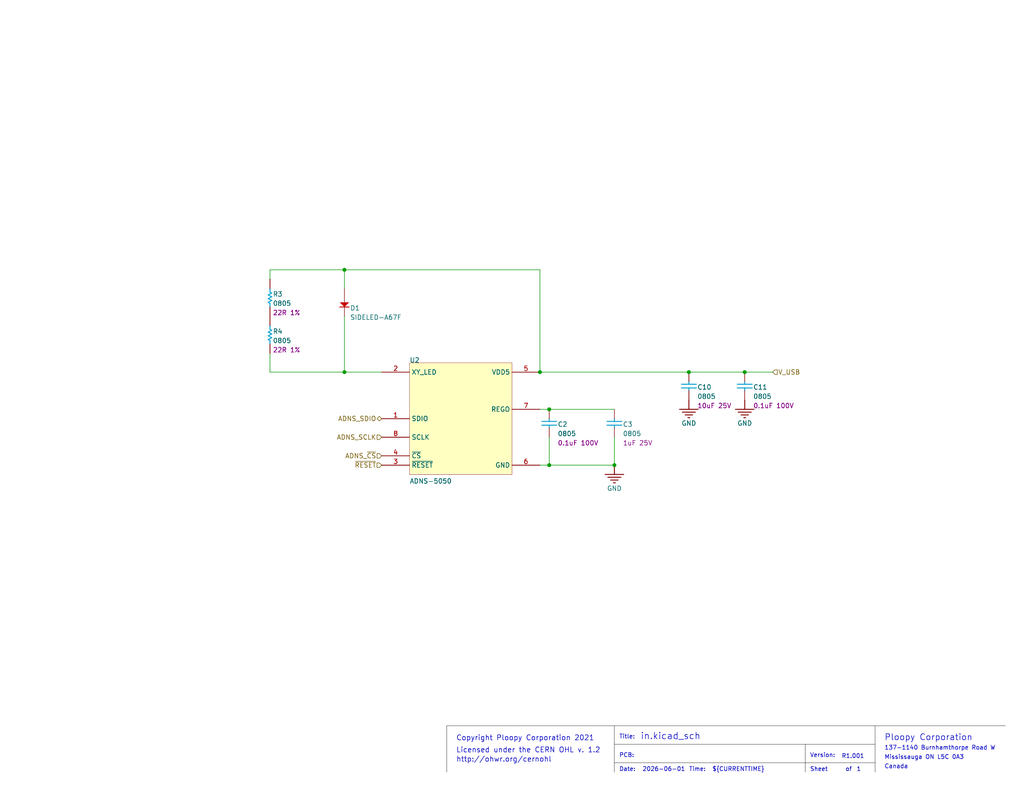
<source format=kicad_sch>
(kicad_sch (version 20231120) (generator "eeschema") (generator_version "8.0")
  (paper "USLetter")
  (title_block (rev "R1.001") (company "Ploopy Corporation"))
  (lib_symbols
    (symbol "MiniBall-altium-import:GND_POWER_GROUND" (power)
      (property "Reference" "#PWR" (at 0 0 0))
      (property "Value" "GND" (at 0 6.35 0))
      (symbol "GND_POWER_GROUND_0_0"
        (polyline (pts (xy -2.54 -2.54) (xy 2.54 -2.54)) (stroke (width 0.254)))
        (polyline (pts (xy -1.778 -3.302) (xy 1.778 -3.302)) (stroke (width 0.254)))
        (polyline (pts (xy -1.016 -4.064) (xy 1.016 -4.064)) (stroke (width 0.254)))
        (polyline (pts (xy -0.254 -4.826) (xy 0.254 -4.826)) (stroke (width 0.254)))
        (polyline (pts (xy 0 0) (xy 0 -2.54)) (stroke (width 0.254)))
        (pin power_in line (at 0 0 0) (length 0) hide (name "GND") (number ""))
      )
    )
    (symbol "MiniBall-altium-import:MOS_0_ADNS-5050"
      (symbol "MOS_0_ADNS-5050_1_0"
        (rectangle (start 17.78 -12.7) (end -10.16 -43.18) (stroke (width 0.0254) (color 128 0 0 1)) (fill (type background)))
        (pin bidirectional line (at -17.78 -27.94 0) (length 7.62) (name "SDIO") (number "1"))
        (pin open_collector line (at -17.78 -15.24 0) (length 7.62) (name "XY_LED") (number "2"))
        (pin input line (at -17.78 -40.64 0) (length 7.62) (name "~{RESET}") (number "3"))
        (pin input line (at -17.78 -38.1 0) (length 7.62) (name "~{CS}") (number "4"))
        (pin power_in line (at 25.4 -15.24 180) (length 7.62) (name "VDD5") (number "5"))
        (pin passive line (at 25.4 -40.64 180) (length 7.62) (name "GND") (number "6"))
        (pin power_in line (at 25.4 -25.4 180) (length 7.62) (name "REGO") (number "7"))
        (pin input line (at -17.78 -33.02 0) (length 7.62) (name "SCLK") (number "8"))
      )
    )
    (symbol "MiniBall-altium-import:MOS_1_Cap 0.1uF 100V"
      (symbol "MOS_1_Cap 0.1uF 100V_1_0"
        (polyline (pts (xy 0.508 0.762) (xy 4.572 0.762)) (stroke (width 0.254) (color 0 156 202 1)))
        (polyline (pts (xy 0.508 1.778) (xy 4.572 1.778)) (stroke (width 0.254) (color 0 156 202 1)))
        (polyline (pts (xy 2.54 0) (xy 2.54 0.762)) (stroke (width 0.254) (color 0 156 202 1)))
        (polyline (pts (xy 2.54 2.54) (xy 2.54 1.778)) (stroke (width 0.254) (color 0 156 202 1)))
        (pin passive line (at 2.54 -2.54 90) (length 2.54) (name "1") (number "1"))
        (pin passive line (at 2.54 5.08 270) (length 2.54) (name "2") (number "2"))
      )
    )
    (symbol "MiniBall-altium-import:MOS_1_Cap 10uF 25V"
      (symbol "MOS_1_Cap 10uF 25V_1_0"
        (polyline (pts (xy 0.508 0.762) (xy 4.572 0.762)) (stroke (width 0.254) (color 0 156 202 1)))
        (polyline (pts (xy 0.508 1.778) (xy 4.572 1.778)) (stroke (width 0.254) (color 0 156 202 1)))
        (polyline (pts (xy 2.54 0) (xy 2.54 0.762)) (stroke (width 0.254) (color 0 156 202 1)))
        (polyline (pts (xy 2.54 2.54) (xy 2.54 1.778)) (stroke (width 0.254) (color 0 156 202 1)))
        (pin passive line (at 2.54 -2.54 90) (length 2.54) (name "1") (number "1"))
        (pin passive line (at 2.54 5.08 270) (length 2.54) (name "2") (number "2"))
      )
    )
    (symbol "MiniBall-altium-import:MOS_1_Cap 1uF 25V"
      (symbol "MOS_1_Cap 1uF 25V_1_0"
        (polyline (pts (xy 0.508 0.762) (xy 4.572 0.762)) (stroke (width 0.254) (color 0 156 202 1)))
        (polyline (pts (xy 0.508 1.778) (xy 4.572 1.778)) (stroke (width 0.254) (color 0 156 202 1)))
        (polyline (pts (xy 2.54 0) (xy 2.54 0.762)) (stroke (width 0.254) (color 0 156 202 1)))
        (polyline (pts (xy 2.54 2.54) (xy 2.54 1.778)) (stroke (width 0.254) (color 0 156 202 1)))
        (pin passive line (at 2.54 -2.54 90) (length 2.54) (name "1") (number "1"))
        (pin passive line (at 2.54 5.08 270) (length 2.54) (name "2") (number "2"))
      )
    )
    (symbol "MiniBall-altium-import:MOS_1_Res 22R 1% 0805"
      (symbol "MOS_1_Res 22R 1% 0805_1_0"
        (polyline (pts (xy 2.54 0) (xy 2.54 1.016)) (stroke (width 0.254) (color 0 156 202 1)))
        (polyline (pts (xy 2.54 4.064) (xy 2.54 5.08)) (stroke (width 0.254) (color 0 156 202 1)))
        (polyline (pts (xy 2.54 1.016) (xy 2.032 1.27) (xy 3.048 1.778) (xy 2.032 2.286) (xy 3.048 2.794) (xy 2.032 3.302) (xy 3.048 3.81) (xy 2.54 4.064)) (stroke (width 0.254) (color 0 156 202 1)))
        (pin passive line (at 2.54 -2.54 90) (length 2.54) (name "1") (number "1"))
        (pin passive line (at 2.54 7.62 270) (length 2.54) (name "2") (number "2"))
      )
    )
    (symbol "MiniBall-altium-import:MOS_1_SIDELED-A67F"
      (symbol "MOS_1_SIDELED-A67F_1_0"
        (polyline (pts (xy -1.27 -2.54) (xy 1.27 -2.54)) (stroke (width 0.254) (color 191 0 0 1)))
        (polyline (pts (xy -1.27 -1.27) (xy 1.27 -1.27) (xy 0 -2.54) (xy -1.27 -1.27)) (stroke (width -0.0001) (color 191 0 0 1)) (fill (type outline)))
        (pin passive line (at 0 2.54 270) (length 3.81) (name "A") (number "A"))
        (pin passive line (at 0 -5.08 90) (length 2.54) (name "C") (number "C"))
      )
    )
  )
  (junction (at 149.86 111.76))
  (junction (at 187.96 101.6))
  (junction (at 167.64 127))
  (junction (at 93.98 73.66))
  (junction (at 147.32 101.6))
  (junction (at 149.86 127))
  (junction (at 203.2 101.6))
  (junction (at 93.98 101.6))
  (wire (pts (xy 149.86 119.38) (xy 149.86 127)))
  (polyline (pts (xy 121.92 198.12) (xy 121.92 210.82)) (stroke (width 0.0254) (type solid) (color 0 0 0 1)))
  (wire (pts (xy 147.32 101.6) (xy 147.32 73.66)))
  (wire (pts (xy 149.86 127) (xy 167.64 127)))
  (wire (pts (xy 147.32 111.76) (xy 149.86 111.76)))
  (wire (pts (xy 147.32 73.66) (xy 93.98 73.66)))
  (polyline (pts (xy 167.64 198.12) (xy 121.92 198.12)) (stroke (width 0.0254) (type solid) (color 0 0 0 1)))
  (wire (pts (xy 93.98 101.6) (xy 104.14 101.6)))
  (polyline (pts (xy 238.76 198.12) (xy 238.76 210.82)) (stroke (width 0.0254) (type solid) (color 0 0 0 1)))
  (polyline (pts (xy 274.32 198.12) (xy 167.64 198.12)) (stroke (width 0.0254) (type solid) (color 0 0 0 1)))
  (wire (pts (xy 167.64 119.38) (xy 167.64 127)))
  (wire (pts (xy 73.66 96.52) (xy 73.66 101.6)))
  (wire (pts (xy 187.96 101.6) (xy 147.32 101.6)))
  (wire (pts (xy 93.98 73.66) (xy 93.98 78.74)))
  (wire (pts (xy 73.66 101.6) (xy 93.98 101.6)))
  (wire (pts (xy 203.2 101.6) (xy 187.96 101.6)))
  (wire (pts (xy 147.32 127) (xy 149.86 127)))
  (wire (pts (xy 93.98 86.36) (xy 93.98 101.6)))
  (wire (pts (xy 210.82 101.6) (xy 203.2 101.6)))
  (polyline (pts (xy 219.71 203.2) (xy 219.71 210.82)) (stroke (width 0.0254) (type solid) (color 0 0 0 1)))
  (wire (pts (xy 93.98 73.66) (xy 73.66 73.66)))
  (wire (pts (xy 73.66 73.66) (xy 73.66 76.2)))
  (polyline (pts (xy 167.64 198.12) (xy 167.64 210.82)) (stroke (width 0.0254) (type solid) (color 0 0 0 1)))
  (polyline (pts (xy 167.64 203.2) (xy 238.76 203.2)) (stroke (width 0.0254) (type solid) (color 0 0 0 1)))
  (polyline (pts (xy 167.64 208.28) (xy 238.76 208.28)) (stroke (width 0.0254) (type solid) (color 0 0 0 1)))
  (wire (pts (xy 149.86 111.76) (xy 167.64 111.76)))
  (text "${#}" (at 226.822 210.82 0) (effects (font (size 1.143 1.143)) (justify left bottom)))
  (text "Licensed under the CERN OHL v. 1.2" (at 124.46 205.74 0) (effects (font (size 1.397 1.397)) (justify left bottom)))
  (text "Canada" (at 241.3 210.058 0) (effects (font (size 1.143 1.143)) (justify left bottom)))
  (text "${FILENAME}" (at 174.752 202.184 0) (effects (font (size 1.778 1.778)) (justify left bottom)))
  (text "PCB:" (at 168.91 207.01 0) (effects (font (size 1.143 1.143)) (justify left bottom)))
  (text "${PROJECTNAME}" (at 174.752 207.264 0) (effects (font (size 1.651 1.651)) (justify left bottom)))
  (text "${REVISION}" (at 229.616 207.264 0) (effects (font (size 1.143 1.143)) (justify left bottom)))
  (text "Sheet" (at 220.98 210.82 0) (effects (font (size 1.143 1.143)) (justify left bottom)))
  (text "${CURRENTTIME}" (at 194.31 210.82 0) (effects (font (size 1.143 1.143)) (justify left bottom)))
  (text "of" (at 230.632 210.82 0) (effects (font (size 1.143 1.143)) (justify left bottom)))
  (text "137-1140 Burnhamthorpe Road W" (at 241.3 204.978 0) (effects (font (size 1.143 1.143)) (justify left bottom)))
  (text "http://ohwr.org/cernohl" (at 124.46 208.28 0) (effects (font (size 1.397 1.397)) (justify left bottom)))
  (text "Copyright Ploopy Corporation 2021" (at 124.46 202.438 0) (effects (font (size 1.397 1.397)) (justify left bottom)))
  (text "Mississauga ON L5C 0A3" (at 241.3 207.518 0) (effects (font (size 1.143 1.143)) (justify left bottom)))
  (text "${##}" (at 233.68 210.82 0) (effects (font (size 1.143 1.143)) (justify left bottom)))
  (text "Version:" (at 220.98 207.01 0) (effects (font (size 1.143 1.143)) (justify left bottom)))
  (text "Title:" (at 168.91 201.93 0) (effects (font (size 1.143 1.143)) (justify left bottom)))
  (text "${CURRENT_DATE}" (at 175.26 210.82 0) (effects (font (size 1.143 1.143)) (justify left bottom)))
  (text "Ploopy Corporation" (at 241.3 202.438 0) (effects (font (size 1.651 1.651)) (justify left bottom)))
  (text "Time:" (at 187.96 210.82 0) (effects (font (size 1.143 1.143)) (justify left bottom)))
  (text "Date:" (at 168.91 210.82 0) (effects (font (size 1.143 1.143)) (justify left bottom)))
  (hierarchical_label "ADNS_SDIO" (shape bidirectional) (at 104.14 114.3 180))
  (hierarchical_label "~{RESET}" (shape input) (at 104.14 127 180))
  (hierarchical_label "ADNS_~{CS}" (shape input) (at 104.14 124.46 180))
  (hierarchical_label "ADNS_SCLK" (shape input) (at 104.14 119.38 180))
  (hierarchical_label "V_USB" (shape input) (at 210.82 101.6 0))
  (symbol (lib_id "MiniBall-altium-import:MOS_1_Cap 0.1uF 100V") (at 147.32 116.84 0) (unit 1)
    (property "Reference" "C2" (at 152.146 116.586 0) (effects (justify left bottom)))
    (property "Value" "0805" (at 152.146 119.126 0) (effects (justify left bottom)))
    (property "Footprint" "0805 - TALL" (effects (hide yes)))
    (property "Description" "0805, X5R or better" (effects (hide yes)))
    (property "SUPPLIER 1" "Digi-Key" (effects (hide yes)))
    (property "SUPPLIER PART NUMBER 1" "1276-6840-2-ND" (effects (hide yes)))
    (property "ALTIUM_VALUE" "0.1uF 100V" (at 152.146 121.666 0) (effects (justify left bottom)))
  )
  (symbol (lib_id "MiniBall-altium-import:GND_POWER_GROUND") (at 167.64 127 0) (unit 1)
    (property "Reference" "#PWR?" (effects (hide yes)))
    (property "Value" "GND" (at 167.64 133.35 0))
  )
  (symbol (lib_id "MiniBall-altium-import:MOS_1_Res 22R 1% 0805") (at 71.12 93.98 0) (unit 1)
    (property "Reference" "R4" (at 74.422 91.186 0) (effects (justify left bottom)))
    (property "Value" "0805" (at 74.422 93.726 0) (effects (justify left bottom)))
    (property "Footprint" "0805" (effects (hide yes)))
    (property "Description" "Chip resistor" (effects (hide yes)))
    (property "SUPPLIER 1" "Digi-Key" (effects (hide yes)))
    (property "SUPPLIER 2" "Arrow" (effects (hide yes)))
    (property "SUPPLIER PART NUMBER 1" "RMCF0805FT22R0CT-ND" (effects (hide yes)))
    (property "SUPPLIER PART NUMBER 2" "RMCF0805FT22R0" (effects (hide yes)))
    (property "ALTIUM_VALUE" "22R 1%" (at 74.422 96.266 0) (effects (justify left bottom)))
  )
  (symbol (lib_id "MiniBall-altium-import:GND_POWER_GROUND") (at 203.2 109.22 0) (unit 1)
    (property "Reference" "#PWR?" (effects (hide yes)))
    (property "Value" "GND" (at 203.2 115.57 0))
  )
  (symbol (lib_id "MiniBall-altium-import:MOS_1_SIDELED-A67F") (at 93.98 81.28 0) (unit 1)
    (property "Reference" "D1" (at 95.504 84.836 0) (effects (justify left bottom)))
    (property "Value" "SIDELED-A67F" (at 95.504 87.376 0) (effects (justify left bottom)))
    (property "Footprint" "SIDELED-A67F" (effects (hide yes)))
    (property "Description" "Red/Orange/Yellow Side-facing SMT LEDs, high brightness (~2lm)" (effects (hide yes)))
    (property "SUPPLIER 2" "Digi-Key" (effects (hide yes)))
    (property "SUPPLIER PART NUMBER 2" "475-3415-6-ND" (effects (hide yes)))
    (property "SUPPLIER 1" "Digi-Key" (effects (hide yes)))
    (property "SUPPLIER PART NUMBER 1" "475-3392-1-ND" (effects (hide yes)))
  )
  (symbol (lib_id "MiniBall-altium-import:MOS_1_Cap 0.1uF 100V") (at 200.66 106.68 0) (unit 1)
    (property "Reference" "C11" (at 205.486 106.426 0) (effects (justify left bottom)))
    (property "Value" "0805" (at 205.486 108.966 0) (effects (justify left bottom)))
    (property "Footprint" "0805 - TALL" (effects (hide yes)))
    (property "Description" "0805, X5R or better" (effects (hide yes)))
    (property "ALTIUM_VALUE" "0.1uF 100V" (at 205.486 111.506 0) (effects (justify left bottom)))
    (property "SUPPLIER 1" "Digi-Key" (effects (hide yes)))
    (property "SUPPLIER PART NUMBER 1" "1276-6840-2-ND" (effects (hide yes)))
  )
  (symbol (lib_id "MiniBall-altium-import:GND_POWER_GROUND") (at 187.96 109.22 0) (unit 1)
    (property "Reference" "#PWR?" (effects (hide yes)))
    (property "Value" "GND" (at 187.96 115.57 0))
  )
  (symbol (lib_id "MiniBall-altium-import:MOS_1_Cap 10uF 25V") (at 185.42 106.68 0) (unit 1)
    (property "Reference" "C10" (at 190.246 106.426 0) (effects (justify left bottom)))
    (property "Value" "0805" (at 190.246 108.966 0) (effects (justify left bottom)))
    (property "Footprint" "0805 - TALL" (effects (hide yes)))
    (property "Description" "0805, X5R or better" (effects (hide yes)))
    (property "SUPPLIER 1" "Mouser" (effects (hide yes)))
    (property "SUPPLIER PART NUMBER 1" "81-GRM21BR61E106KA3L" (effects (hide yes)))
    (property "SUPPLIER 2" "Digi-Key" (effects (hide yes)))
    (property "SUPPLIER PART NUMBER 2" "490-5523-1-ND" (effects (hide yes)))
    (property "ALTIUM_VALUE" "10uF 25V" (at 190.246 111.506 0) (effects (justify left bottom)))
  )
  (symbol (lib_id "MiniBall-altium-import:MOS_1_Cap 1uF 25V") (at 165.1 116.84 0) (unit 1)
    (property "Reference" "C3" (at 169.926 116.586 0) (effects (justify left bottom)))
    (property "Value" "0805" (at 169.926 119.126 0) (effects (justify left bottom)))
    (property "Footprint" "0805 - TALL" (effects (hide yes)))
    (property "Description" "0805, X5R or better" (effects (hide yes)))
    (property "SUPPLIER 1" "Digi-Key" (effects (hide yes)))
    (property "SUPPLIER PART NUMBER 1" "1276-1066-2-ND" (effects (hide yes)))
    (property "SUPPLIER 2" "Digi-Key" (effects (hide yes)))
    (property "SUPPLIER PART NUMBER 2" "1276-1066-1-ND" (effects (hide yes)))
    (property "ALTIUM_VALUE" "1uF 25V" (at 169.926 121.666 0) (effects (justify left bottom)))
  )
  (symbol (lib_id "MiniBall-altium-import:MOS_0_ADNS-5050") (at 121.92 86.36 0) (unit 1)
    (property "Reference" "U2" (at 111.76 99.06 0) (effects (justify left bottom)))
    (property "Value" "ADNS-5050" (at 111.76 132.08 0) (effects (justify left bottom)))
    (property "Footprint" "ADNS-5050" (effects (hide yes)))
    (property "Description" "Optical Mouse Navigation Sensor" (effects (hide yes)))
  )
  (symbol (lib_id "MiniBall-altium-import:MOS_1_Res 22R 1% 0805") (at 71.12 83.82 0) (unit 1)
    (property "Reference" "R3" (at 74.422 81.026 0) (effects (justify left bottom)))
    (property "Value" "0805" (at 74.422 83.566 0) (effects (justify left bottom)))
    (property "Footprint" "0805" (effects (hide yes)))
    (property "Description" "Chip resistor" (effects (hide yes)))
    (property "SUPPLIER 1" "Digi-Key" (effects (hide yes)))
    (property "SUPPLIER 2" "Arrow" (effects (hide yes)))
    (property "SUPPLIER PART NUMBER 1" "RMCF0805FT22R0CT-ND" (effects (hide yes)))
    (property "SUPPLIER PART NUMBER 2" "RMCF0805FT22R0" (effects (hide yes)))
    (property "ALTIUM_VALUE" "22R 1%" (at 74.422 86.106 0) (effects (justify left bottom)))
  )
)
</source>
